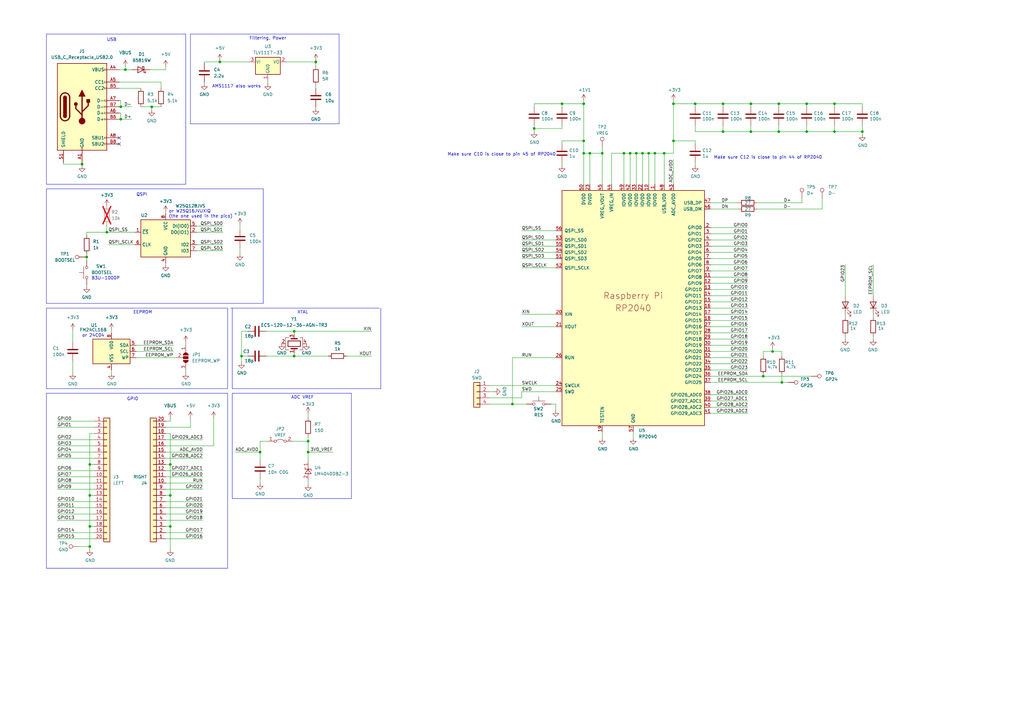
<source format=kicad_sch>
(kicad_sch (version 20230121) (generator eeschema)
  (paper "A3")
  (junction (at 239.395 42.545))
  (junction (at 260.985 62.865))
  (junction (at 36.83 203.2))
  (junction (at 62.23 43.815))
  (junction (at 230.505 42.545))
  (junction (at 35.56 105.41))
  (junction (at 69.85 203.2))
  (junction (at 106.68 185.42))
  (junction (at 49.53 43.815))
  (junction (at 43.815 95.25))
  (junction (at 319.405 53.975))
  (junction (at 342.265 53.975))
  (junction (at 36.83 190.5))
  (junction (at 342.265 42.545))
  (junction (at 241.935 62.865))
  (junction (at 90.17 25.4))
  (junction (at 307.975 42.545))
  (junction (at 33.655 67.31))
  (junction (at 69.85 190.5))
  (junction (at 99.06 146.05))
  (junction (at 120.65 135.89))
  (junction (at 320.675 156.845))
  (junction (at 263.525 62.865))
  (junction (at 258.445 62.865))
  (junction (at 126.365 180.975))
  (junction (at 272.415 62.865))
  (junction (at 126.365 185.42))
  (junction (at 319.405 42.545))
  (junction (at 268.605 62.865))
  (junction (at 239.395 57.785))
  (junction (at 296.545 53.975))
  (junction (at 313.055 154.305))
  (junction (at 36.83 215.9))
  (junction (at 36.83 224.155))
  (junction (at 255.905 62.865))
  (junction (at 353.695 53.975))
  (junction (at 276.225 57.785))
  (junction (at 276.225 42.545))
  (junction (at 219.075 52.705))
  (junction (at 51.435 28.575))
  (junction (at 120.65 146.05))
  (junction (at 247.015 62.865))
  (junction (at 307.975 53.975))
  (junction (at 266.065 62.865))
  (junction (at 285.115 42.545))
  (junction (at 296.545 42.545))
  (junction (at 330.835 42.545))
  (junction (at 129.54 25.4))
  (junction (at 69.85 215.9))
  (junction (at 49.53 48.895))
  (junction (at 210.185 165.735))
  (junction (at 239.395 62.865))
  (junction (at 316.865 144.145))
  (junction (at 330.835 53.975))
  (no_connect (at 48.895 59.055))
  (no_connect (at 48.895 56.515))
  (wire (pts (xy 34.925 105.41) (xy 35.56 105.41)))
  (wire (pts (xy 330.835 53.975) (xy 319.405 53.975)))
  (wire (pts (xy 109.22 135.89) (xy 120.65 135.89)))
  (wire (pts (xy 316.865 144.145) (xy 313.055 144.145)))
  (polyline (pts (xy 98.425 77.47) (xy 19.05 77.47)))
  (wire (pts (xy 241.935 75.565) (xy 241.935 62.865)))
  (wire (pts (xy 342.265 51.435) (xy 342.265 53.975)))
  (wire (pts (xy 358.14 130.175) (xy 358.14 128.905)))
  (polyline (pts (xy 19.05 161.29) (xy 19.05 233.045)))
  (polyline (pts (xy 19.05 233.045) (xy 93.345 233.045)))
  (wire (pts (xy 260.985 75.565) (xy 260.985 62.865)))
  (wire (pts (xy 67.945 218.44) (xy 83.185 218.44)))
  (wire (pts (xy 33.655 67.31) (xy 33.655 66.675)))
  (wire (pts (xy 319.405 53.975) (xy 307.975 53.975)))
  (wire (pts (xy 296.545 43.815) (xy 296.545 42.545)))
  (wire (pts (xy 307.975 43.815) (xy 307.975 42.545)))
  (wire (pts (xy 268.605 62.865) (xy 272.415 62.865)))
  (wire (pts (xy 358.14 139.065) (xy 358.14 137.795)))
  (wire (pts (xy 227.965 94.615) (xy 213.995 94.615)))
  (wire (pts (xy 36.83 190.5) (xy 36.83 203.2)))
  (wire (pts (xy 210.185 146.685) (xy 210.185 165.735)))
  (polyline (pts (xy 156.21 159.385) (xy 156.21 126.365)))
  (wire (pts (xy 49.53 41.275) (xy 48.895 41.275)))
  (wire (pts (xy 342.265 53.975) (xy 353.695 53.975)))
  (wire (pts (xy 32.385 224.155) (xy 36.83 224.155)))
  (wire (pts (xy 38.735 198.12) (xy 23.495 198.12)))
  (wire (pts (xy 230.505 43.815) (xy 230.505 42.545)))
  (wire (pts (xy 38.735 175.26) (xy 23.495 175.26)))
  (wire (pts (xy 260.985 62.865) (xy 263.525 62.865)))
  (wire (pts (xy 291.465 95.885) (xy 306.705 95.885)))
  (wire (pts (xy 35.56 95.25) (xy 43.815 95.25)))
  (wire (pts (xy 230.505 52.705) (xy 230.505 51.435)))
  (polyline (pts (xy 139.065 50.8) (xy 139.065 13.97)))
  (wire (pts (xy 91.44 95.25) (xy 80.645 95.25)))
  (wire (pts (xy 227.965 160.655) (xy 213.995 160.655)))
  (wire (pts (xy 67.945 200.66) (xy 83.185 200.66)))
  (wire (pts (xy 291.465 98.425) (xy 306.705 98.425)))
  (wire (pts (xy 33.655 67.945) (xy 33.655 67.31)))
  (wire (pts (xy 120.65 144.78) (xy 120.65 146.05)))
  (wire (pts (xy 342.265 42.545) (xy 353.695 42.545)))
  (wire (pts (xy 67.945 180.34) (xy 83.185 180.34)))
  (wire (pts (xy 67.945 185.42) (xy 83.185 185.42)))
  (wire (pts (xy 346.71 130.175) (xy 346.71 128.905)))
  (wire (pts (xy 38.735 213.36) (xy 23.495 213.36)))
  (wire (pts (xy 291.465 133.985) (xy 306.705 133.985)))
  (wire (pts (xy 67.945 205.74) (xy 83.185 205.74)))
  (polyline (pts (xy 95.25 204.47) (xy 144.145 204.47)))
  (wire (pts (xy 76.2 140.335) (xy 76.2 141.605)))
  (wire (pts (xy 38.735 200.66) (xy 23.495 200.66)))
  (wire (pts (xy 346.71 121.285) (xy 346.71 108.585)))
  (wire (pts (xy 45.72 135.255) (xy 45.72 136.525)))
  (wire (pts (xy 346.71 139.065) (xy 346.71 137.795)))
  (polyline (pts (xy 19.05 75.565) (xy 76.2 75.565)))
  (wire (pts (xy 230.505 42.545) (xy 239.395 42.545)))
  (wire (pts (xy 96.52 185.42) (xy 106.68 185.42)))
  (wire (pts (xy 90.17 24.765) (xy 90.17 25.4)))
  (wire (pts (xy 213.995 98.425) (xy 227.965 98.425)))
  (wire (pts (xy 67.945 175.26) (xy 78.105 175.26)))
  (wire (pts (xy 291.465 169.545) (xy 306.705 169.545)))
  (wire (pts (xy 291.465 156.845) (xy 320.675 156.845)))
  (wire (pts (xy 213.995 163.195) (xy 213.995 160.655)))
  (wire (pts (xy 319.405 51.435) (xy 319.405 53.975)))
  (wire (pts (xy 296.545 42.545) (xy 307.975 42.545)))
  (wire (pts (xy 291.465 93.345) (xy 306.705 93.345)))
  (wire (pts (xy 67.945 28.575) (xy 61.595 28.575)))
  (wire (pts (xy 353.695 42.545) (xy 353.695 43.815)))
  (wire (pts (xy 316.865 144.145) (xy 320.675 144.145)))
  (polyline (pts (xy 19.05 159.385) (xy 93.345 159.385)))
  (polyline (pts (xy 78.105 13.97) (xy 78.105 50.8)))
  (wire (pts (xy 98.425 104.14) (xy 98.425 101.6)))
  (wire (pts (xy 200.66 165.735) (xy 210.185 165.735)))
  (wire (pts (xy 83.82 33.655) (xy 83.82 34.29)))
  (wire (pts (xy 91.44 102.87) (xy 80.645 102.87)))
  (wire (pts (xy 91.44 92.71) (xy 80.645 92.71)))
  (wire (pts (xy 296.545 53.975) (xy 285.115 53.975)))
  (wire (pts (xy 67.945 203.2) (xy 69.85 203.2)))
  (wire (pts (xy 83.82 25.4) (xy 90.17 25.4)))
  (wire (pts (xy 219.075 52.705) (xy 219.075 53.975)))
  (wire (pts (xy 272.415 62.865) (xy 276.225 62.865)))
  (wire (pts (xy 35.56 95.25) (xy 35.56 96.52)))
  (wire (pts (xy 247.015 75.565) (xy 247.015 62.865)))
  (wire (pts (xy 120.015 180.975) (xy 126.365 180.975)))
  (wire (pts (xy 67.945 210.82) (xy 83.185 210.82)))
  (wire (pts (xy 320.675 144.145) (xy 320.675 146.05)))
  (wire (pts (xy 48.895 36.195) (xy 57.785 36.195)))
  (polyline (pts (xy 155.575 126.365) (xy 94.615 126.365)))
  (polyline (pts (xy 19.05 77.47) (xy 19.05 124.46)))
  (wire (pts (xy 120.65 135.89) (xy 120.65 137.16)))
  (wire (pts (xy 247.015 177.165) (xy 247.015 179.705)))
  (wire (pts (xy 285.115 42.545) (xy 296.545 42.545)))
  (wire (pts (xy 67.945 208.28) (xy 83.185 208.28)))
  (wire (pts (xy 67.945 195.58) (xy 83.185 195.58)))
  (wire (pts (xy 291.465 123.825) (xy 306.705 123.825)))
  (wire (pts (xy 276.225 65.405) (xy 276.225 75.565)))
  (wire (pts (xy 126.365 185.42) (xy 126.365 189.23)))
  (wire (pts (xy 200.66 163.195) (xy 213.995 163.195)))
  (wire (pts (xy 226.06 165.735) (xy 227.965 165.735)))
  (wire (pts (xy 285.115 43.815) (xy 285.115 42.545)))
  (wire (pts (xy 99.06 146.05) (xy 99.06 148.59)))
  (wire (pts (xy 276.225 41.275) (xy 276.225 42.545)))
  (polyline (pts (xy 93.345 126.365) (xy 19.05 126.365)))
  (wire (pts (xy 353.695 53.975) (xy 353.695 55.245)))
  (wire (pts (xy 67.945 213.36) (xy 83.185 213.36)))
  (wire (pts (xy 213.995 128.905) (xy 227.965 128.905)))
  (wire (pts (xy 291.465 85.725) (xy 302.895 85.725)))
  (wire (pts (xy 83.82 25.4) (xy 83.82 26.035)))
  (polyline (pts (xy 98.425 77.47) (xy 107.95 77.47)))
  (wire (pts (xy 126.365 169.545) (xy 126.365 171.45)))
  (wire (pts (xy 69.85 177.8) (xy 69.85 190.5)))
  (wire (pts (xy 291.465 136.525) (xy 306.705 136.525)))
  (wire (pts (xy 230.505 66.675) (xy 230.505 67.945)))
  (wire (pts (xy 258.445 62.865) (xy 260.985 62.865)))
  (wire (pts (xy 49.53 41.275) (xy 49.53 43.815)))
  (polyline (pts (xy 78.105 50.8) (xy 139.065 50.8)))
  (wire (pts (xy 126.365 198.755) (xy 126.365 196.85)))
  (wire (pts (xy 126.365 185.42) (xy 136.525 185.42)))
  (wire (pts (xy 250.825 62.865) (xy 255.905 62.865)))
  (wire (pts (xy 291.465 108.585) (xy 306.705 108.585)))
  (wire (pts (xy 67.945 187.96) (xy 83.185 187.96)))
  (wire (pts (xy 342.265 43.815) (xy 342.265 42.545)))
  (wire (pts (xy 106.68 185.42) (xy 106.68 188.595)))
  (wire (pts (xy 55.88 144.145) (xy 71.12 144.145)))
  (wire (pts (xy 38.735 220.98) (xy 23.495 220.98)))
  (wire (pts (xy 307.975 51.435) (xy 307.975 53.975)))
  (polyline (pts (xy 19.05 126.365) (xy 19.05 159.385)))
  (wire (pts (xy 219.075 52.705) (xy 230.505 52.705)))
  (wire (pts (xy 67.945 215.9) (xy 69.85 215.9)))
  (wire (pts (xy 99.06 135.89) (xy 99.06 146.05)))
  (wire (pts (xy 276.225 57.785) (xy 276.225 62.865)))
  (polyline (pts (xy 144.145 161.29) (xy 95.25 161.29)))
  (wire (pts (xy 38.735 190.5) (xy 36.83 190.5)))
  (polyline (pts (xy 19.05 13.97) (xy 19.05 75.565)))
  (wire (pts (xy 69.85 203.2) (xy 69.85 215.9)))
  (wire (pts (xy 291.465 111.125) (xy 306.705 111.125)))
  (wire (pts (xy 78.105 175.26) (xy 78.105 171.45)))
  (wire (pts (xy 285.115 66.675) (xy 285.115 67.945)))
  (wire (pts (xy 38.735 205.74) (xy 23.495 205.74)))
  (wire (pts (xy 129.54 34.925) (xy 129.54 36.195)))
  (wire (pts (xy 247.015 62.865) (xy 241.935 62.865)))
  (wire (pts (xy 291.465 103.505) (xy 306.705 103.505)))
  (wire (pts (xy 49.53 43.815) (xy 48.895 43.815)))
  (wire (pts (xy 227.965 109.855) (xy 213.995 109.855)))
  (wire (pts (xy 266.065 75.565) (xy 266.065 62.865)))
  (wire (pts (xy 69.85 215.9) (xy 69.85 225.425)))
  (wire (pts (xy 263.525 62.865) (xy 266.065 62.865)))
  (wire (pts (xy 38.735 193.04) (xy 23.495 193.04)))
  (wire (pts (xy 49.53 46.355) (xy 49.53 48.895)))
  (wire (pts (xy 210.185 165.735) (xy 215.9 165.735)))
  (wire (pts (xy 291.465 149.225) (xy 306.705 149.225)))
  (wire (pts (xy 69.85 172.72) (xy 69.85 171.45)))
  (wire (pts (xy 43.815 95.25) (xy 55.245 95.25)))
  (wire (pts (xy 98.425 92.075) (xy 98.425 93.98)))
  (wire (pts (xy 142.24 146.05) (xy 152.4 146.05)))
  (wire (pts (xy 126.365 180.975) (xy 126.365 185.42)))
  (wire (pts (xy 291.465 100.965) (xy 306.705 100.965)))
  (wire (pts (xy 291.465 164.465) (xy 306.705 164.465)))
  (wire (pts (xy 38.735 218.44) (xy 23.495 218.44)))
  (wire (pts (xy 259.715 177.165) (xy 259.715 179.705)))
  (wire (pts (xy 38.735 203.2) (xy 36.83 203.2)))
  (wire (pts (xy 91.44 100.33) (xy 80.645 100.33)))
  (wire (pts (xy 29.845 135.255) (xy 29.845 140.335)))
  (wire (pts (xy 276.225 42.545) (xy 276.225 57.785)))
  (wire (pts (xy 129.54 43.815) (xy 129.54 44.45)))
  (wire (pts (xy 35.56 106.68) (xy 35.56 105.41)))
  (wire (pts (xy 291.465 167.005) (xy 306.705 167.005)))
  (wire (pts (xy 291.465 144.145) (xy 306.705 144.145)))
  (wire (pts (xy 313.055 154.305) (xy 313.055 153.67)))
  (wire (pts (xy 291.465 116.205) (xy 306.705 116.205)))
  (wire (pts (xy 291.465 146.685) (xy 306.705 146.685)))
  (wire (pts (xy 51.435 28.575) (xy 53.975 28.575)))
  (wire (pts (xy 202.565 160.655) (xy 200.66 160.655)))
  (wire (pts (xy 129.54 24.765) (xy 129.54 25.4)))
  (wire (pts (xy 319.405 43.815) (xy 319.405 42.545)))
  (wire (pts (xy 291.465 121.285) (xy 306.705 121.285)))
  (polyline (pts (xy 144.145 204.47) (xy 144.145 161.29)))
  (wire (pts (xy 213.995 106.045) (xy 227.965 106.045)))
  (wire (pts (xy 69.85 190.5) (xy 69.85 203.2)))
  (wire (pts (xy 313.055 154.305) (xy 332.74 154.305)))
  (wire (pts (xy 291.465 141.605) (xy 306.705 141.605)))
  (wire (pts (xy 76.2 153.035) (xy 76.2 151.765)))
  (polyline (pts (xy 93.345 233.045) (xy 93.345 161.29)))
  (wire (pts (xy 330.835 42.545) (xy 342.265 42.545)))
  (wire (pts (xy 67.945 182.88) (xy 87.63 182.88)))
  (wire (pts (xy 319.405 42.545) (xy 330.835 42.545)))
  (wire (pts (xy 55.88 141.605) (xy 71.12 141.605)))
  (wire (pts (xy 45.72 153.035) (xy 45.72 151.765)))
  (wire (pts (xy 43.815 92.075) (xy 43.815 95.25)))
  (wire (pts (xy 328.93 81.28) (xy 328.93 83.185)))
  (wire (pts (xy 296.545 51.435) (xy 296.545 53.975)))
  (wire (pts (xy 55.88 146.685) (xy 72.39 146.685)))
  (polyline (pts (xy 139.065 13.97) (xy 78.105 13.97)))
  (wire (pts (xy 48.895 33.655) (xy 66.04 33.655)))
  (wire (pts (xy 263.525 75.565) (xy 263.525 62.865)))
  (polyline (pts (xy 93.345 159.385) (xy 93.345 126.365)))
  (wire (pts (xy 62.23 43.815) (xy 66.04 43.815)))
  (wire (pts (xy 250.825 75.565) (xy 250.825 62.865)))
  (wire (pts (xy 117.475 25.4) (xy 129.54 25.4)))
  (wire (pts (xy 67.945 108.585) (xy 67.945 107.95)))
  (wire (pts (xy 291.465 151.765) (xy 306.705 151.765)))
  (wire (pts (xy 126.365 179.07) (xy 126.365 180.975)))
  (wire (pts (xy 67.945 198.12) (xy 83.185 198.12)))
  (wire (pts (xy 66.04 36.195) (xy 66.04 33.655)))
  (wire (pts (xy 230.505 57.785) (xy 239.395 57.785)))
  (wire (pts (xy 213.995 103.505) (xy 227.965 103.505)))
  (wire (pts (xy 358.14 121.285) (xy 358.14 108.585)))
  (wire (pts (xy 247.015 60.325) (xy 247.015 62.865)))
  (wire (pts (xy 316.865 142.875) (xy 316.865 144.145)))
  (wire (pts (xy 330.835 51.435) (xy 330.835 53.975)))
  (wire (pts (xy 285.115 59.055) (xy 285.115 57.785)))
  (polyline (pts (xy 19.05 124.46) (xy 107.95 124.46)))
  (wire (pts (xy 67.945 86.995) (xy 67.945 87.63)))
  (wire (pts (xy 272.415 75.565) (xy 272.415 62.865)))
  (polyline (pts (xy 93.345 161.29) (xy 19.05 161.29)))
  (wire (pts (xy 35.56 117.475) (xy 35.56 116.84)))
  (wire (pts (xy 313.055 144.145) (xy 313.055 146.05)))
  (wire (pts (xy 291.465 131.445) (xy 306.705 131.445)))
  (wire (pts (xy 227.965 133.985) (xy 213.995 133.985)))
  (wire (pts (xy 353.695 51.435) (xy 353.695 53.975)))
  (wire (pts (xy 210.185 146.685) (xy 227.965 146.685)))
  (wire (pts (xy 276.225 57.785) (xy 285.115 57.785)))
  (wire (pts (xy 67.945 172.72) (xy 69.85 172.72)))
  (wire (pts (xy 219.075 43.815) (xy 219.075 42.545)))
  (wire (pts (xy 200.66 158.115) (xy 227.965 158.115)))
  (wire (pts (xy 49.53 48.895) (xy 53.975 48.895)))
  (wire (pts (xy 49.53 46.355) (xy 48.895 46.355)))
  (wire (pts (xy 36.83 203.2) (xy 36.83 215.9)))
  (wire (pts (xy 342.265 53.975) (xy 330.835 53.975)))
  (wire (pts (xy 38.735 177.8) (xy 36.83 177.8)))
  (wire (pts (xy 48.895 28.575) (xy 51.435 28.575)))
  (wire (pts (xy 241.935 62.865) (xy 239.395 62.865)))
  (wire (pts (xy 36.83 224.155) (xy 36.83 225.425)))
  (wire (pts (xy 106.68 180.975) (xy 106.68 185.42)))
  (wire (pts (xy 51.435 27.305) (xy 51.435 28.575)))
  (wire (pts (xy 35.56 105.41) (xy 35.56 104.14)))
  (wire (pts (xy 106.68 198.12) (xy 106.68 196.215)))
  (polyline (pts (xy 107.95 124.46) (xy 107.95 77.47)))
  (wire (pts (xy 230.505 59.055) (xy 230.505 57.785)))
  (wire (pts (xy 255.905 75.565) (xy 255.905 62.865)))
  (wire (pts (xy 67.945 177.8) (xy 69.85 177.8)))
  (wire (pts (xy 120.65 146.05) (xy 134.62 146.05)))
  (wire (pts (xy 49.53 48.895) (xy 48.895 48.895)))
  (wire (pts (xy 213.995 100.965) (xy 227.965 100.965)))
  (wire (pts (xy 268.605 62.865) (xy 268.605 75.565)))
  (wire (pts (xy 291.465 139.065) (xy 306.705 139.065)))
  (wire (pts (xy 337.185 81.28) (xy 337.185 85.725)))
  (wire (pts (xy 26.035 66.675) (xy 26.035 67.31)))
  (wire (pts (xy 109.855 33.02) (xy 109.855 34.29)))
  (wire (pts (xy 258.445 75.565) (xy 258.445 62.865)))
  (wire (pts (xy 38.735 182.88) (xy 23.495 182.88)))
  (wire (pts (xy 67.945 190.5) (xy 69.85 190.5)))
  (wire (pts (xy 38.735 185.42) (xy 23.495 185.42)))
  (wire (pts (xy 38.735 215.9) (xy 36.83 215.9)))
  (wire (pts (xy 67.945 220.98) (xy 83.185 220.98)))
  (wire (pts (xy 38.735 210.82) (xy 23.495 210.82)))
  (wire (pts (xy 29.845 153.035) (xy 29.845 147.955)))
  (wire (pts (xy 291.465 126.365) (xy 306.705 126.365)))
  (wire (pts (xy 330.835 43.815) (xy 330.835 42.545)))
  (wire (pts (xy 101.6 135.89) (xy 99.06 135.89)))
  (wire (pts (xy 38.735 208.28) (xy 23.495 208.28)))
  (wire (pts (xy 38.735 180.34) (xy 23.495 180.34)))
  (wire (pts (xy 255.905 62.865) (xy 258.445 62.865)))
  (wire (pts (xy 291.465 113.665) (xy 306.705 113.665)))
  (wire (pts (xy 239.395 57.785) (xy 239.395 62.865)))
  (wire (pts (xy 129.54 25.4) (xy 129.54 27.305)))
  (wire (pts (xy 87.63 182.88) (xy 87.63 171.45)))
  (wire (pts (xy 307.975 53.975) (xy 296.545 53.975)))
  (wire (pts (xy 67.945 193.04) (xy 83.185 193.04)))
  (wire (pts (xy 291.465 154.305) (xy 313.055 154.305)))
  (wire (pts (xy 38.735 195.58) (xy 23.495 195.58)))
  (wire (pts (xy 49.53 43.815) (xy 53.975 43.815)))
  (wire (pts (xy 219.075 42.545) (xy 230.505 42.545)))
  (wire (pts (xy 291.465 106.045) (xy 306.705 106.045)))
  (wire (pts (xy 109.22 146.05) (xy 120.65 146.05)))
  (wire (pts (xy 219.075 51.435) (xy 219.075 52.705)))
  (wire (pts (xy 38.735 172.72) (xy 23.495 172.72)))
  (wire (pts (xy 285.115 51.435) (xy 285.115 53.975)))
  (wire (pts (xy 291.465 161.925) (xy 306.705 161.925)))
  (wire (pts (xy 291.465 118.745) (xy 306.705 118.745)))
  (wire (pts (xy 44.45 100.33) (xy 55.245 100.33)))
  (wire (pts (xy 36.83 215.9) (xy 36.83 224.155)))
  (wire (pts (xy 120.65 135.89) (xy 152.4 135.89)))
  (wire (pts (xy 26.035 67.31) (xy 33.655 67.31)))
  (wire (pts (xy 90.17 25.4) (xy 102.235 25.4)))
  (wire (pts (xy 101.6 146.05) (xy 99.06 146.05)))
  (wire (pts (xy 62.23 45.085) (xy 62.23 43.815)))
  (polyline (pts (xy 95.25 126.365) (xy 95.25 159.385)))
  (wire (pts (xy 239.395 41.275) (xy 239.395 42.545)))
  (wire (pts (xy 276.225 42.545) (xy 285.115 42.545)))
  (polyline (pts (xy 95.25 159.385) (xy 156.21 159.385)))
  (wire (pts (xy 38.735 187.96) (xy 23.495 187.96)))
  (wire (pts (xy 239.395 42.545) (xy 239.395 57.785)))
  (polyline (pts (xy 76.2 75.565) (xy 76.2 13.97)))
  (wire (pts (xy 310.515 85.725) (xy 337.185 85.725)))
  (wire (pts (xy 36.83 177.8) (xy 36.83 190.5)))
  (wire (pts (xy 291.465 128.905) (xy 306.705 128.905)))
  (wire (pts (xy 106.68 180.975) (xy 109.855 180.975)))
  (wire (pts (xy 310.515 83.185) (xy 328.93 83.185)))
  (wire (pts (xy 239.395 62.865) (xy 239.395 75.565)))
  (wire (pts (xy 307.975 42.545) (xy 319.405 42.545)))
  (wire (pts (xy 57.785 43.815) (xy 62.23 43.815)))
  (polyline (pts (xy 95.25 161.29) (xy 95.25 204.47)))
  (wire (pts (xy 320.675 156.845) (xy 323.215 156.845)))
  (wire (pts (xy 291.465 83.185) (xy 302.895 83.185)))
  (wire (pts (xy 266.065 62.865) (xy 268.605 62.865)))
  (wire (pts (xy 320.675 156.845) (xy 320.675 153.67)))
  (wire (pts (xy 227.965 165.735) (xy 227.965 168.275)))
  (wire (pts (xy 67.945 27.305) (xy 67.945 28.575)))
  (polyline (pts (xy 76.2 13.97) (xy 19.05 13.97)))
  (text "Filtering, Power" (at 102.235 16.51 0) (effects (font (size 1.27 1.27)) (justify left bottom)))
  (text "ADC VREF" (at 119.38 163.83 0) (effects (font (size 1.27 1.27)) (justify left bottom)))
  (text "USB" (at 43.815 17.145 0) (effects (font (size 1.27 1.27)) (justify left bottom)))
  (text "AMS1117 also works" (at 86.995 36.195 0) (effects (font (size 1.27 1.27)) (justify left bottom)))
  (text "or 24C04" (at 33.655 138.43 0) (effects (font (size 1.27 1.27)) (justify left bottom)))
  (text "Make sure C12 is close to pin 44 of RP2040" (at 292.735 65.405 0) (effects (font (size 1.27 1.27)) (justify left bottom)))
  (text "B3U-1000P" (at 37.465 114.935 0) (effects (font (size 1.27 1.27)) (justify left bottom)))
  (text "GPIO" (at 52.07 164.465 0) (effects (font (size 1.27 1.27)) (justify left bottom)))
  (text "Make sure C10 is close to pin 45 of RP2040" (at 183.515 64.135 0) (effects (font (size 1.27 1.27)) (justify left bottom)))
  (text "EEPROM" (at 54.61 128.905 0) (effects (font (size 1.27 1.27)) (justify left bottom)))
  (text "or W25Q16JVUXIQ\n(the one used in the pico)" (at 69.215 89.535 0) (effects (font (size 1.27 1.27)) (justify left bottom)))
  (text "XTAL" (at 121.92 128.905 0) (effects (font (size 1.27 1.27)) (justify left bottom)))
  (text "QSPI" (at 55.88 80.645 0) (effects (font (size 1.27 1.27)) (justify left bottom)))
  (label "GPIO26_ADC0" (at 83.185 195.58 180))
  (label "GPIO6" (at 306.705 108.585 180))
  (label "GPIO23" (at 306.705 151.765 180))
  (label "GPIO0" (at 23.495 172.72 0))
  (label "GPIO27_ADC1" (at 83.185 193.04 180))
  (label "GPIO27_ADC1" (at 306.705 164.465 180))
  (label "GPIO2" (at 23.495 180.34 0))
  (label "GPIO16" (at 306.705 133.985 180))
  (label "QSPI_SD0" (at 91.44 92.71 180))
  (label "DN" (at 295.91 85.725 0) (property "Netclass" "diif_usb" (effects hide)))
  (label "GPIO21" (at 306.705 146.685 180))
  (label "GPIO9" (at 306.705 116.205 180))
  (label "3V0_VREF" (at 136.525 185.42 180))
  (label "GPIO9" (at 23.495 200.66 0))
  (label "GPIO20" (at 83.185 208.28 180))
  (label "GPIO18" (at 306.705 139.065 180))
  (label "EEPROM_SDA" (at 306.705 154.305 180))
  (label "QSPI_SCLK" (at 44.45 100.33 0))
  (label "GPIO1" (at 306.705 95.885 180))
  (label "XOUT" (at 152.4 146.05 180))
  (label "GPIO7" (at 23.495 195.58 0))
  (label "GPIO6" (at 23.495 193.04 0))
  (label "QSPI_SD2" (at 91.44 100.33 180))
  (label "QSPI_SD1" (at 91.44 95.25 180))
  (label "QSPI_SD1" (at 213.995 100.965 0))
  (label "GPIO11" (at 23.495 208.28 0))
  (label "ADC_AVDD" (at 83.185 185.42 180))
  (label "GPIO2" (at 306.705 98.425 180))
  (label "GPIO0" (at 306.705 93.345 180))
  (label "GPIO17" (at 83.185 218.44 180))
  (label "EEPROM_SDA" (at 71.12 141.605 180))
  (label "GPIO26_ADC0" (at 306.705 161.925 180))
  (label "GPIO4" (at 306.705 103.505 180))
  (label "GPIO3" (at 23.495 182.88 0))
  (label "XIN" (at 152.4 135.89 180))
  (label "GPIO14" (at 23.495 218.44 0))
  (label "GPIO23" (at 346.71 108.585 270))
  (label "GPIO22" (at 306.705 149.225 180))
  (label "GPIO15" (at 306.705 131.445 180))
  (label "GPIO4" (at 23.495 185.42 0))
  (label "GPIO29_ADC3" (at 83.185 180.34 180))
  (label "GPIO5" (at 23.495 187.96 0))
  (label "QSPI_SS" (at 213.995 94.615 0))
  (label "GPIO8" (at 23.495 198.12 0))
  (label "D+" (at 53.975 48.895 180) (property "Netclass" "diif_usb" (effects hide)))
  (label "EEPROM_SCL" (at 358.14 108.585 270))
  (label "QSPI_SD2" (at 213.995 103.505 0))
  (label "DP" (at 295.91 83.185 0) (property "Netclass" "diif_usb" (effects hide)))
  (label "D-" (at 53.975 43.815 180) (property "Netclass" "diif_usb" (effects hide)))
  (label "GPIO10" (at 306.705 118.745 180))
  (label "GPIO21" (at 83.185 205.74 180))
  (label "GPIO13" (at 306.705 126.365 180))
  (label "GPIO11" (at 306.705 121.285 180))
  (label "RUN" (at 83.185 198.12 180))
  (label "QSPI_SD0" (at 213.995 98.425 0))
  (label "GPIO16" (at 83.185 220.98 180))
  (label "QSPI_SD3" (at 91.44 102.87 180))
  (label "GPIO18" (at 83.185 213.36 180))
  (label "QSPI_SD3" (at 213.995 106.045 0))
  (label "XIN" (at 213.995 128.905 0))
  (label "GPIO15" (at 23.495 220.98 0))
  (label "GPIO1" (at 23.495 175.26 0))
  (label "XOUT" (at 213.995 133.985 0))
  (label "ADC_AVDD" (at 276.225 65.405 270))
  (label "EEPROM_SCL" (at 71.12 144.145 180))
  (label "GPIO17" (at 306.705 136.525 180))
  (label "GPIO19" (at 306.705 141.605 180))
  (label "GPIO29_ADC3" (at 306.705 169.545 180))
  (label "SWCLK" (at 213.995 158.115 0))
  (label "GPIO3" (at 306.705 100.965 180))
  (label "EEPROM_WP" (at 71.12 146.685 180))
  (label "GPIO28_ADC2" (at 83.185 187.96 180))
  (label "GPIO20" (at 306.705 144.145 180))
  (label "D-" (at 324.485 85.725 180))
  (label "QSPI_SS" (at 44.45 95.25 0))
  (label "ADC_AVDD" (at 96.52 185.42 0))
  (label "GPIO22" (at 83.185 200.66 180))
  (label "RUN" (at 213.995 146.685 0))
  (label "D+" (at 324.485 83.185 180))
  (label "GPIO12" (at 23.495 210.82 0))
  (label "GPIO8" (at 306.705 113.665 180))
  (label "GPIO12" (at 306.705 123.825 180))
  (label "QSPI_SCLK" (at 213.995 109.855 0))
  (label "EEPROM_SCL" (at 306.705 156.845 180))
  (label "GPIO28_ADC2" (at 306.705 167.005 180))
  (label "GPIO5" (at 306.705 106.045 180))
  (label "SWD" (at 213.995 160.655 0))
  (label "GPIO14" (at 306.705 128.905 180))
  (label "GPIO10" (at 23.495 205.74 0))
  (label "GPIO19" (at 83.185 210.82 180))
  (label "GPIO13" (at 23.495 213.36 0))
  (label "GPIO7" (at 306.705 111.125 180))
  (symbol (lib_id "Device:C") (at 330.835 47.625 0) (unit 1)
    (property "Reference" "C16" (at 333.756 46.4566 0) (effects (justify left)))
    (property "Value" "100n" (at 333.756 48.768 0) (effects (justify left)))
    (property "Footprint" "Capacitor_SMD:C_0402_1005Metric" (effects hide))
  )
  (symbol (lib_id "Device:C") (at 129.54 40.005 0) (mirror y) (unit 1)
    (property "Reference" "C6" (at 133.35 38.7349 0) (effects (justify right)))
    (property "Value" "10u" (at 133.35 41.2749 0) (effects (justify right)))
    (property "Footprint" "Capacitor_SMD:C_0805_2012Metric_Pad1.18x1.45mm_HandSolder" (effects hide))
  )
  (symbol (lib_id "Connector:TestPoint") (at 332.74 154.305 270) (unit 1)
    (property "Reference" "TP6" (at 338.455 153.035 90) (effects (justify left)))
    (property "Value" "GP24" (at 338.455 155.575 90) (effects (justify left)))
    (property "Footprint" "TestPoint:TestPoint_Pad_1.5x1.5mm" (effects hide))
  )
  (symbol (lib_id "power:GND") (at 202.565 160.655 90) (unit 1)
    (property "Reference" "#PWR028" (effects hide))
    (property "Value" "GND" (at 206.9592 160.528 0))
  )
  (symbol (lib_id "power:+5V") (at 67.945 27.305 0) (unit 1)
    (property "Reference" "#PWR017" (effects hide))
    (property "Value" "+5V" (at 67.945 22.225 0))
  )
  (symbol (lib_id "power:+3V3") (at 29.845 135.255 0) (unit 1)
    (property "Reference" "#PWR03" (effects hide))
    (property "Value" "+3V3" (at 29.845 130.175 0))
  )
  (symbol (lib_id "Device:C") (at 285.115 47.625 0) (unit 1)
    (property "Reference" "C11" (at 288.036 46.4566 0) (effects (justify left)))
    (property "Value" "100n" (at 288.036 48.768 0) (effects (justify left)))
    (property "Footprint" "Capacitor_SMD:C_0402_1005Metric" (effects hide))
  )
  (symbol (lib_id "power:GND") (at 83.82 34.29 0) (unit 1)
    (property "Reference" "#PWR011" (effects hide))
    (property "Value" "GND" (at 83.82 38.735 0))
  )
  (symbol (lib_id "Device:LED") (at 346.71 125.095 90) (unit 1)
    (property "Reference" "D2" (at 349.885 125.4125 90) (effects (justify right)))
    (property "Value" "LED" (at 349.885 127.9525 90) (effects (justify right)))
    (property "Footprint" "LED_SMD:LED_0603_1608Metric_Pad1.05x0.95mm_HandSolder" (effects hide))
  )
  (symbol (lib_id "power:GND") (at 126.365 198.755 0) (unit 1)
    (property "Reference" "#PWR027" (effects hide))
    (property "Value" "GND" (at 126.365 203.2 0))
  )
  (symbol (lib_id "Connector:TestPoint") (at 337.185 81.28 0) (unit 1)
    (property "Reference" "TP7" (at 339.725 76.708 0) (effects (justify left)))
    (property "Value" "D-" (at 339.725 79.248 0) (effects (justify left)))
    (property "Footprint" "TestPoint:TestPoint_Pad_1.5x1.5mm" (effects hide))
  )
  (symbol (lib_id "power:GND") (at 346.71 139.065 0) (mirror y) (unit 1)
    (property "Reference" "#PWR039" (effects hide))
    (property "Value" "GND" (at 346.583 143.4592 0))
  )
  (symbol (lib_id "power:+5V") (at 78.105 171.45 0) (unit 1)
    (property "Reference" "#PWR044" (effects hide))
    (property "Value" "+5V" (at 78.105 166.37 0))
  )
  (symbol (lib_id "power:+3V3") (at 76.2 140.335 0) (unit 1)
    (property "Reference" "#PWR021" (effects hide))
    (property "Value" "+3V3" (at 76.2 135.255 0))
  )
  (symbol (lib_id "power:+3V3") (at 126.365 169.545 0) (unit 1)
    (property "Reference" "#PWR026" (effects hide))
    (property "Value" "+3V3" (at 126.365 165.735 0))
  )
  (symbol (lib_id "power:GND") (at 129.54 44.45 0) (unit 1)
    (property "Reference" "#PWR024" (effects hide))
    (property "Value" "GND" (at 129.54 48.895 0))
  )
  (symbol (lib_id "Device:Crystal_GND24") (at 120.65 140.97 90) (unit 1)
    (property "Reference" "Y1" (at 120.65 130.81 90))
    (property "Value" "ECS-120-12-36-AGN-TR3" (at 120.65 133.35 90))
    (property "Footprint" "Crystal:Crystal_SMD_2520-4Pin_2.5x2.0mm" (effects hide))
  )
  (symbol (lib_id "Device:C") (at 307.975 47.625 0) (unit 1)
    (property "Reference" "C14" (at 310.896 46.4566 0) (effects (justify left)))
    (property "Value" "100n" (at 310.896 48.768 0) (effects (justify left)))
    (property "Footprint" "Capacitor_SMD:C_0402_1005Metric" (effects hide))
  )
  (symbol (lib_id "Device:C") (at 319.405 47.625 0) (unit 1)
    (property "Reference" "C15" (at 322.326 46.4566 0) (effects (justify left)))
    (property "Value" "100n" (at 322.326 48.768 0) (effects (justify left)))
    (property "Footprint" "Capacitor_SMD:C_0402_1005Metric" (effects hide))
  )
  (symbol (lib_id "power:GND") (at 69.85 225.425 0) (mirror y) (unit 1)
    (property "Reference" "#PWR043" (effects hide))
    (property "Value" "GND" (at 69.723 229.8192 0))
  )
  (symbol (lib_id "Connector:TestPoint") (at 323.215 156.845 270) (unit 1)
    (property "Reference" "TP3" (at 328.295 155.575 90) (effects (justify left)))
    (property "Value" "GP25" (at 328.295 158.115 90) (effects (justify left)))
    (property "Footprint" "TestPoint:TestPoint_Pad_1.5x1.5mm" (effects hide))
  )
  (symbol (lib_id "power:+5V") (at 90.17 24.765 0) (unit 1)
    (property "Reference" "#PWR012" (effects hide))
    (property "Value" "+5V" (at 90.17 19.685 0))
  )
  (symbol (lib_id "power:GND") (at 62.23 45.085 0) (unit 1)
    (property "Reference" "#PWR016" (effects hide))
    (property "Value" "GND" (at 62.23 49.53 0))
  )
  (symbol (lib_id "power:GND") (at 125.73 140.97 0) (unit 1)
    (property "Reference" "#PWR015" (effects hide))
    (property "Value" "GND" (at 125.73 144.78 0))
  )
  (symbol (lib_id "Jumper:SolderJumper_3_Open") (at 76.2 146.685 270) (unit 1)
    (property "Reference" "JP1" (at 78.74 145.415 90) (effects (justify left)))
    (property "Value" "EEPROM_WP" (at 78.74 147.955 90) (effects (justify left)))
    (property "Footprint" "Jumper:SolderJumper-3_P2.0mm_Open_TrianglePad1.0x1.5mm" (effects hide))
  )
  (symbol (lib_id "Device:C") (at 230.505 62.865 0) (unit 1)
    (property "Reference" "C10" (at 233.426 61.6966 0) (effects (justify left)))
    (property "Value" "1u" (at 233.426 64.008 0) (effects (justify left)))
    (property "Footprint" "Capacitor_SMD:C_0402_1005Metric" (effects hide))
  )
  (symbol (lib_id "power:+3V3") (at 129.54 24.765 0) (unit 1)
    (property "Reference" "#PWR023" (effects hide))
    (property "Value" "+3V3" (at 129.54 19.685 0))
  )
  (symbol (lib_id "Device:R") (at 43.815 88.265 0) (unit 1) (dnp yes)
    (property "Reference" "R2" (at 45.72 86.995 0) (effects (justify left)))
    (property "Value" "10k" (at 45.72 89.535 0) (effects (justify left)))
    (property "Footprint" "Resistor_SMD:R_0402_1005Metric_Pad0.72x0.64mm_HandSolder" (effects hide))
  )
  (symbol (lib_id "power:+3V3") (at 316.865 142.875 0) (unit 1)
    (property "Reference" "#PWR037" (effects hide))
    (property "Value" "+3V3" (at 317.246 138.4808 0))
  )
  (symbol (lib_id "Device:C") (at 98.425 97.79 0) (unit 1)
    (property "Reference" "C5" (at 102.235 96.5199 0) (effects (justify left)))
    (property "Value" "100n" (at 102.235 99.0599 0) (effects (justify left)))
    (property "Footprint" "Capacitor_SMD:C_0402_1005Metric_Pad0.74x0.62mm_HandSolder" (effects hide))
  )
  (symbol (lib_id "power:GND") (at 33.655 67.945 0) (unit 1)
    (property "Reference" "#PWR01" (effects hide))
    (property "Value" "GND" (at 33.655 72.39 0))
  )
  (symbol (lib_id "MCU_RaspberryPi_RP2040:RP2040") (at 259.715 126.365 0) (unit 1)
    (property "Reference" "U5" (at 261.9091 176.53 0) (effects (justify left)))
    (property "Value" "RP2040" (at 261.9091 179.07 0) (effects (justify left)))
    (property "Footprint" "RP2040:RP2040-QFN-56" (effects hide))
  )
  (symbol (lib_id "Device:D_Schottky") (at 57.785 28.575 180) (unit 1)
    (property "Reference" "D1" (at 58.1025 22.225 0))
    (property "Value" "B5819W" (at 58.1025 24.765 0))
    (property "Footprint" "Diode_SMD:D_SOD-123" (effects hide))
  )
  (symbol (lib_id "Device:R") (at 66.04 40.005 0) (unit 1)
    (property "Reference" "R4" (at 68.58 38.7349 0) (effects (justify left)))
    (property "Value" "5.1k" (at 68.58 41.2749 0) (effects (justify left)))
    (property "Footprint" "Resistor_SMD:R_0402_1005Metric_Pad0.72x0.64mm_HandSolder" (effects hide))
  )
  (symbol (lib_id "power:+3V3") (at 43.815 84.455 0) (unit 1)
    (property "Reference" "#PWR06" (effects hide))
    (property "Value" "+3V3" (at 43.815 80.01 0))
  )
  (symbol (lib_id "power:VBUS") (at 69.85 171.45 0) (unit 1)
    (property "Reference" "#PWR042" (effects hide))
    (property "Value" "VBUS" (at 69.85 166.37 0))
  )
  (symbol (lib_id "Switch:SW_Push") (at 35.56 111.76 90) (unit 1)
    (property "Reference" "SW1" (at 39.37 109.22 90) (effects (justify right)))
    (property "Value" "BOOTSEL" (at 37.465 111.76 90) (effects (justify right)))
    (property "Footprint" "Button_Switch_SMD:SW_SPST_B3U-1000P" (effects hide))
  )
  (symbol (lib_id "Device:C") (at 106.68 192.405 0) (unit 1)
    (property "Reference" "C7" (at 109.855 191.135 0) (effects (justify left)))
    (property "Value" "10n C0G" (at 109.855 193.675 0) (effects (justify left)))
    (property "Footprint" "Capacitor_SMD:C_0603_1608Metric_Pad1.08x0.95mm_HandSolder" (effects hide))
  )
  (symbol (lib_id "Device:C") (at 219.075 47.625 0) (unit 1)
    (property "Reference" "C8" (at 221.996 46.4566 0) (effects (justify left)))
    (property "Value" "100n" (at 221.996 48.768 0) (effects (justify left)))
    (property "Footprint" "Capacitor_SMD:C_0402_1005Metric" (effects hide))
  )
  (symbol (lib_id "Device:R") (at 57.785 40.005 0) (unit 1)
    (property "Reference" "R3" (at 60.325 38.7349 0) (effects (justify left)))
    (property "Value" "5.1k" (at 60.325 41.2749 0) (effects (justify left)))
    (property "Footprint" "Resistor_SMD:R_0402_1005Metric_Pad0.72x0.64mm_HandSolder" (effects hide))
  )
  (symbol (lib_id "Device:R") (at 129.54 31.115 180) (unit 1)
    (property "Reference" "R6" (at 132.08 29.845 0) (effects (justify right)))
    (property "Value" "5R" (at 132.08 32.385 0) (effects (justify right)))
    (property "Footprint" "Resistor_SMD:R_0805_2012Metric_Pad1.20x1.40mm_HandSolder" (effects hide))
  )
  (symbol (lib_id "Connector:TestPoint") (at 247.015 60.325 0) (unit 1)
    (property "Reference" "TP2" (at 247.015 52.07 0))
    (property "Value" "VREG" (at 247.015 54.61 0))
    (property "Footprint" "TestPoint:TestPoint_Pad_1.5x1.5mm" (effects hide))
  )
  (symbol (lib_id "power:GND") (at 99.06 148.59 0) (unit 1)
    (property "Reference" "#PWR02" (effects hide))
    (property "Value" "GND" (at 99.187 152.9842 0))
  )
  (symbol (lib_id "Device:R") (at 35.56 100.33 0) (unit 1)
    (property "Reference" "R1" (at 38.1 99.06 0) (effects (justify left)))
    (property "Value" "1k" (at 38.1 101.6 0) (effects (justify left)))
    (property "Footprint" "Resistor_SMD:R_0402_1005Metric_Pad0.72x0.64mm_HandSolder" (effects hide))
  )
  (symbol (lib_id "power:GND") (at 36.83 225.425 0) (unit 1)
    (property "Reference" "#PWR038" (effects hide))
    (property "Value" "GND" (at 36.957 229.8192 0))
  )
  (symbol (lib_id "Connector_Generic:Conn_01x20") (at 62.865 198.12 180) (unit 1)
    (property "Reference" "J4" (at 60.325 198.12 0) (effects (justify left)))
    (property "Value" "RIGHT" (at 60.325 195.58 0) (effects (justify left)))
    (property "Footprint" "connector:Pico_20pin" (effects hide))
  )
  (symbol (lib_id "power:GND") (at 98.425 104.14 0) (unit 1)
    (property "Reference" "#PWR014" (effects hide))
    (property "Value" "GND" (at 98.425 108.585 0))
  )
  (symbol (lib_id "Device:R") (at 138.43 146.05 270) (unit 1)
    (property "Reference" "R5" (at 138.43 140.7922 90))
    (property "Value" "1k" (at 138.43 143.1036 90))
    (property "Footprint" "Resistor_SMD:R_0402_1005Metric" (effects hide))
  )
  (symbol (lib_id "Connector:TestPoint") (at 34.925 105.41 90) (unit 1)
    (property "Reference" "TP1" (at 26.67 104.14 90))
    (property "Value" "BOOTSEL" (at 26.67 106.68 90))
    (property "Footprint" "TestPoint:TestPoint_Pad_1.5x1.5mm" (effects hide))
  )
  (symbol (lib_id "Device:C") (at 296.545 47.625 0) (unit 1)
    (property "Reference" "C13" (at 299.466 46.4566 0) (effects (justify left)))
    (property "Value" "100n" (at 299.466 48.768 0) (effects (justify left)))
    (property "Footprint" "Capacitor_SMD:C_0402_1005Metric" (effects hide))
  )
  (symbol (lib_id "Connector_Generic:Conn_01x20") (at 43.815 195.58 0) (unit 1)
    (property "Reference" "J3" (at 46.355 195.58 0) (effects (justify left)))
    (property "Value" "LEFT" (at 46.355 198.12 0) (effects (justify left)))
    (property "Footprint" "connector:Pico_20pin" (effects hide))
  )
  (symbol (lib_id "power:GND") (at 227.965 168.275 0) (unit 1)
    (property "Reference" "#PWR030" (effects hide))
    (property "Value" "GND" (at 228.092 172.6692 0))
  )
  (symbol (lib_id "Device:C") (at 285.115 62.865 0) (unit 1)
    (property "Reference" "C12" (at 288.036 61.6966 0) (effects (justify left)))
    (property "Value" "1u" (at 288.036 64.008 0) (effects (justify left)))
    (property "Footprint" "Capacitor_SMD:C_0402_1005Metric" (effects hide))
  )
  (symbol (lib_id "power:GND") (at 219.075 53.975 0) (unit 1)
    (property "Reference" "#PWR029" (effects hide))
    (property "Value" "GND" (at 219.202 58.3692 0))
  )
  (symbol (lib_id "Device:R") (at 306.705 85.725 270) (unit 1)
    (property "Reference" "R9" (at 306.705 88.265 90))
    (property "Value" "27" (at 306.705 85.725 90))
    (property "Footprint" "Resistor_SMD:R_0402_1005Metric" (effects hide))
  )
  (symbol (lib_id "power:GND") (at 106.68 198.12 0) (unit 1)
    (property "Reference" "#PWR025" (effects hide))
    (property "Value" "GND" (at 106.68 202.565 0))
  )
  (symbol (lib_id "Switch:SW_Push") (at 220.98 165.735 0) (unit 1)
    (property "Reference" "SW2" (at 222.885 167.64 0) (effects (justify right)))
    (property "Value" "RES" (at 222.885 170.18 0) (effects (justify right)))
    (property "Footprint" "Button_Switch_SMD:SW_SPST_B3U-1000P" (effects hide))
  )
  (symbol (lib_id "power:GND") (at 76.2 153.035 0) (unit 1)
    (property "Reference" "#PWR022" (effects hide))
    (property "Value" "GND" (at 76.327 157.4292 0))
  )
  (symbol (lib_id "power:GND") (at 358.14 139.065 0) (mirror y) (unit 1)
    (property "Reference" "#PWR041" (effects hide))
    (property "Value" "GND" (at 358.013 143.4592 0))
  )
  (symbol (lib_id "Connector_Generic:Conn_01x04") (at 195.58 160.655 0) (mirror y) (unit 1)
    (property "Reference" "J2" (at 195.58 152.4 0))
    (property "Value" "SWD" (at 195.58 154.94 0))
    (property "Footprint" "connector:Pico_4pin" (effects hide))
  )
  (symbol (lib_id "Device:R") (at 346.71 133.985 0) (unit 1)
    (property "Reference" "R12" (at 349.885 132.715 0))
    (property "Value" "1k" (at 349.885 134.62 0))
    (property "Footprint" "Resistor_SMD:R_0402_1005Metric" (effects hide))
  )
  (symbol (lib_id "Connector:TestPoint") (at 32.385 224.155 90) (unit 1)
    (property "Reference" "TP4" (at 26.035 222.885 90))
    (property "Value" "GND" (at 26.035 225.425 90))
    (property "Footprint" "TestPoint:TestPoint_Pad_1.5x1.5mm" (effects hide))
  )
  (symbol (lib_id "power:+1V1") (at 239.395 41.275 0) (unit 1)
    (property "Reference" "#PWR032" (effects hide))
    (property "Value" "+1V1" (at 239.776 36.8808 0))
  )
  (symbol (lib_id "Connector:USB_C_Receptacle_USB2.0") (at 33.655 43.815 0) (unit 1)
    (property "Reference" "J1" (at 33.655 20.955 0))
    (property "Value" "USB_C_Receptacle_USB2.0" (at 33.655 23.495 0))
    (property "Footprint" "Connector_USB:USB_C_Receptacle_Palconn_UTC16-G" (effects hide))
    (property "Datasheet" "https://www.usb.org/sites/default/files/documents/usb_type-c.zip" (effects hide))
  )
  (symbol (lib_id "Device:C") (at 230.505 47.625 0) (unit 1)
    (property "Reference" "C9" (at 233.426 46.4566 0) (effects (justify left)))
    (property "Value" "100n" (at 233.426 48.768 0) (effects (justify left)))
    (property "Footprint" "Capacitor_SMD:C_0402_1005Metric" (effects hide))
  )
  (symbol (lib_id "power:GND") (at 259.715 179.705 0) (unit 1)
    (property "Reference" "#PWR034" (effects hide))
    (property "Value" "GND" (at 259.842 184.0992 0))
  )
  (symbol (lib_id "Connector:TestPoint") (at 328.93 81.28 0) (unit 1)
    (property "Reference" "TP5" (at 330.835 76.708 0) (effects (justify left)))
    (property "Value" "D+" (at 330.835 79.248 0) (effects (justify left)))
    (property "Footprint" "TestPoint:TestPoint_Pad_1.5x1.5mm" (effects hide))
  )
  (symbol (lib_id "power:GND") (at 353.695 55.245 0) (unit 1)
    (property "Reference" "#PWR040" (effects hide))
    (property "Value" "GND" (at 353.822 59.6392 0))
  )
  (symbol (lib_id "Memory_NVRAM:FM24CL16B") (at 45.72 144.145 0) (unit 1)
    (property "Reference" "U1" (at 40.005 133.35 0) (effects (justify right)))
    (property "Value" "FM24CL16B" (at 43.815 135.255 0) (effects (justify right)))
    (property "Footprint" "Package_SO:SOIC-8_3.9x4.9mm_P1.27mm" (effects hide))
    (property "Datasheet" "https://www.infineon.com/dgdl/Infineon-FM24CL16B_16-Kbit_(2_K_8)_Serial_(I2C)_F-RAM-DataSheet-v13_00-EN.pdf?fileId=8ac78c8c7d0d8da4017d0ec99cb241e9" (effects hide))
  )
  (symbol (lib_id "Device:R") (at 126.365 175.26 180) (unit 1)
    (property "Reference" "R7" (at 128.905 173.99 0) (effects (justify right)))
    (property "Value" "150" (at 128.905 176.53 0) (effects (justify right)))
    (property "Footprint" "Resistor_SMD:R_0603_1608Metric_Pad0.98x0.95mm_HandSolder" (effects hide))
  )
  (symbol (lib_id "Device:C") (at 83.82 29.845 0) (unit 1)
    (property "Reference" "C4" (at 87.63 28.5749 0) (effects (justify left)))
    (property "Value" "2.2u" (at 87.63 31.1149 0) (effects (justify left)))
    (property "Footprint" "Capacitor_SMD:C_0603_1608Metric_Pad1.08x0.95mm_HandSolder" (effects hide))
  )
  (symbol (lib_id "Device:R") (at 320.675 149.86 0) (unit 1)
    (property "Reference" "R11" (at 323.85 148.59 0))
    (property "Value" "4.7k" (at 324.485 150.495 0))
    (property "Footprint" "Resistor_SMD:R_0402_1005Metric" (effects hide))
  )
  (symbol (lib_id "Device:R") (at 306.705 83.185 270) (unit 1)
    (property "Reference" "R8" (at 306.705 81.28 90))
    (property "Value" "27" (at 306.705 83.185 90))
    (property "Footprint" "Resistor_SMD:R_0402_1005Metric" (effects hide))
  )
  (symbol (lib_id "Reference_Voltage:LM4040DBZ-3") (at 126.365 193.04 90) (unit 1)
    (property "Reference" "U4" (at 128.905 191.77 90) (effects (justify right)))
    (property "Value" "LM4040DBZ-3" (at 128.905 194.31 90) (effects (justify right)))
    (property "Footprint" "Package_TO_SOT_SMD:SOT-23" (effects hide))
    (property "Datasheet" "http://www.ti.com/lit/ds/symlink/lm4040-n.pdf" (effects hide))
  )
  (symbol (lib_id "power:GND") (at 35.56 117.475 0) (unit 1)
    (property "Reference" "#PWR05" (effects hide))
    (property "Value" "GND" (at 35.56 121.92 0))
  )
  (symbol (lib_id "power:VBUS") (at 51.435 27.305 0) (unit 1)
    (property "Reference" "#PWR010" (effects hide))
    (property "Value" "VBUS" (at 51.435 21.59 0))
  )
  (symbol (lib_id "power:GND") (at 285.115 67.945 0) (unit 1)
    (property "Reference" "#PWR036" (effects hide))
    (property "Value" "GND" (at 285.242 72.3392 0))
  )
  (symbol (lib_id "power:GND") (at 109.855 34.29 0) (unit 1)
    (property "Reference" "#PWR020" (effects hide))
    (property "Value" "GND" (at 109.855 38.735 0))
  )
  (symbol (lib_id "Jumper:Jumper_2_Bridged") (at 114.935 180.975 0) (unit 1)
    (property "Reference" "JP2" (at 114.935 175.895 0))
    (property "Value" "VREF" (at 114.935 178.435 0))
    (property "Footprint" "Jumper:SolderJumper-2_P1.3mm_Open_TrianglePad1.0x1.5mm" (effects hide))
  )
  (symbol (lib_id "power:+3V3") (at 45.72 135.255 0) (unit 1)
    (property "Reference" "#PWR07" (effects hide))
    (property "Value" "+3V3" (at 45.72 130.175 0))
  )
  (symbol (lib_id "power:GND") (at 115.57 140.97 0) (unit 1)
    (property "Reference" "#PWR09" (effects hide))
    (property "Value" "GND" (at 115.57 144.78 0))
  )
  (symbol (lib_id "Device:R") (at 358.14 133.985 0) (unit 1)
    (property "Reference" "R13" (at 361.315 132.715 0))
    (property "Value" "1k" (at 361.315 134.62 0))
    (property "Footprint" "Resistor_SMD:R_0402_1005Metric" (effects hide))
  )
  (symbol (lib_id "Device:R") (at 313.055 149.86 0) (unit 1)
    (property "Reference" "R10" (at 316.23 148.59 0))
    (property "Value" "4.7k" (at 316.865 150.495 0))
    (property "Footprint" "Resistor_SMD:R_0402_1005Metric" (effects hide))
  )
  (symbol (lib_id "power:GND") (at 230.505 67.945 0) (unit 1)
    (property "Reference" "#PWR031" (effects hide))
    (property "Value" "GND" (at 230.632 72.3392 0))
  )
  (symbol (lib_id "power:+3V3") (at 67.945 86.995 0) (unit 1)
    (property "Reference" "#PWR018" (effects hide))
    (property "Value" "+3V3" (at 67.945 82.55 0))
  )
  (symbol (lib_id "power:+3V3") (at 98.425 92.075 0) (unit 1)
    (property "Reference" "#PWR013" (effects hide))
    (property "Value" "+3V3" (at 98.425 87.63 0))
  )
  (symbol (lib_id "Device:C") (at 105.41 146.05 270) (unit 1)
    (property "Reference" "C3" (at 99.695 144.145 90) (effects (justify left)))
    (property "Value" "18p" (at 100.33 147.955 90) (effects (justify left)))
    (property "Footprint" "Capacitor_SMD:C_0402_1005Metric" (effects hide))
  )
  (symbol (lib_id "power:+3V3") (at 87.63 171.45 0) (unit 1)
    (property "Reference" "#PWR045" (effects hide))
    (property "Value" "+3V3" (at 87.63 166.37 0))
  )
  (symbol (lib_id "Device:LED") (at 358.14 125.095 90) (unit 1)
    (property "Reference" "D3" (at 361.315 125.4125 90) (effects (justify right)))
    (property "Value" "LED" (at 361.315 127.9525 90) (effects (justify right)))
    (property "Footprint" "LED_SMD:LED_0603_1608Metric_Pad1.05x0.95mm_HandSolder" (effects hide))
  )
  (symbol (lib_id "power:+3V3") (at 276.225 41.275 0) (unit 1)
    (property "Reference" "#PWR035" (effects hide))
    (property "Value" "+3V3" (at 276.606 36.8808 0))
  )
  (symbol (lib_id "Device:C") (at 353.695 47.625 0) (unit 1)
    (property "Reference" "C18" (at 356.616 46.4566 0) (effects (justify left)))
    (property "Value" "100n" (at 356.616 48.768 0) (effects (justify left)))
    (property "Footprint" "Capacitor_SMD:C_0402_1005Metric" (effects hide))
  )
  (symbol (lib_id "Memory_Flash:W25Q128JVS") (at 67.945 97.79 0) (unit 1)
    (property "Reference" "U2" (at 57.785 88.265 0) (effects (justify left)))
    (property "Value" "W25Q128JVS" (at 71.9709 84.4594 0) (effects (justify left)))
    (property "Footprint" "W25Q16JVUXIQ_TR:IC_W25Q16JVUXIQ_TR" (effects hide))
    (property "Datasheet" "http://www.winbond.com/resource-files/w25q128jv_dtr%20revc%2003272018%20plus.pdf" (effects hide))
  )
  (symbol (lib_id "power:GND") (at 247.015 179.705 0) (unit 1)
    (property "Reference" "#PWR033" (effects hide))
    (property "Value" "GND" (at 247.142 184.0992 0))
  )
  (symbol (lib_id "power:GND") (at 29.845 153.035 0) (unit 1)
    (property "Reference" "#PWR04" (effects hide))
    (property "Value" "GND" (at 29.845 157.48 0))
  )
  (symbol (lib_id "power:GND") (at 67.945 108.585 0) (unit 1)
    (property "Reference" "#PWR019" (effects hide))
    (property "Value" "GND" (at 67.945 113.03 0))
  )
  (symbol (lib_id "Device:C") (at 342.265 47.625 0) (unit 1)
    (property "Reference" "C17" (at 345.186 46.4566 0) (effects (justify left)))
    (property "Value" "100n" (at 345.186 48.768 0) (effects (justify left)))
    (property "Footprint" "Capacitor_SMD:C_0402_1005Metric" (effects hide))
  )
  (symbol (lib_id "Device:C") (at 29.845 144.145 0) (unit 1)
    (property "Reference" "C1" (at 21.59 142.875 0) (effects (justify left)))
    (property "Value" "100n" (at 21.59 145.415 0) (effects (justify left)))
    (property "Footprint" "Capacitor_SMD:C_0402_1005Metric_Pad0.74x0.62mm_HandSolder" (effects hide))
  )
  (symbol (lib_id "Regulator_Linear:TLV1117-33") (at 109.855 25.4 0) (unit 1)
    (property "Reference" "U3" (at 109.855 19.05 0))
    (property "Value" "TLV1117-33" (at 109.855 21.59 0))
    (property "Footprint" "Package_TO_SOT_SMD:SOT-223-3_TabPin2" (effects hide))
    (property "Datasheet" "http://www.ti.com/lit/ds/symlink/tlv1117.pdf" (effects hide))
  )
  (symbol (lib_id "power:GND") (at 45.72 153.035 0) (unit 1)
    (property "Reference" "#PWR08" (effects hide))
    (property "Value" "GND" (at 45.847 157.4292 0))
  )
  (symbol (lib_id "Device:C") (at 105.41 135.89 270) (unit 1)
    (property "Reference" "C2" (at 100.33 133.985 90) (effects (justify left)))
    (property "Value" "18p" (at 100.33 137.795 90) (effects (justify left)))
    (property "Footprint" "Capacitor_SMD:C_0402_1005Metric" (effects hide))
  )
)
</source>
